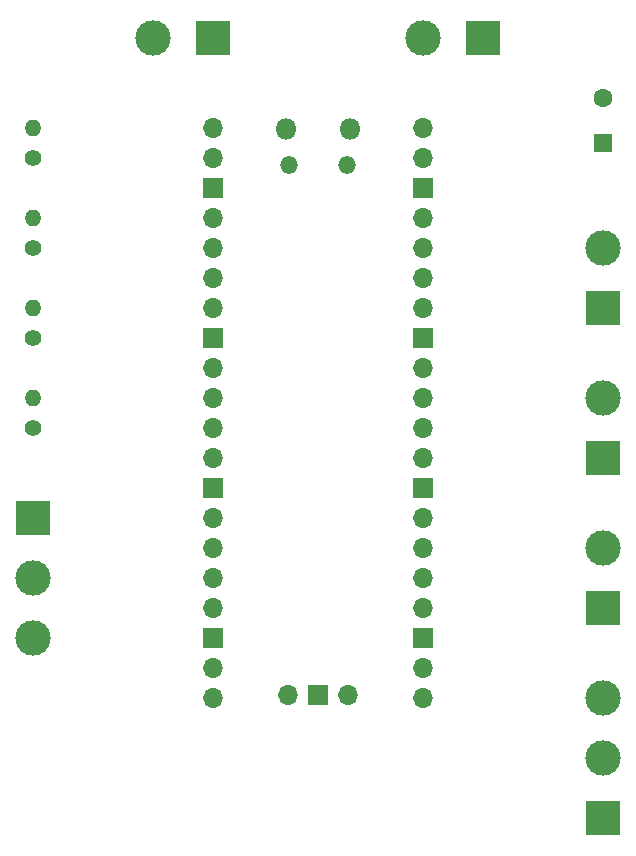
<source format=gbr>
%TF.GenerationSoftware,KiCad,Pcbnew,7.0.6-0*%
%TF.CreationDate,2023-12-23T18:42:55-05:00*%
%TF.ProjectId,Cornhole Wiring,436f726e-686f-46c6-9520-576972696e67,rev?*%
%TF.SameCoordinates,Original*%
%TF.FileFunction,Soldermask,Bot*%
%TF.FilePolarity,Negative*%
%FSLAX46Y46*%
G04 Gerber Fmt 4.6, Leading zero omitted, Abs format (unit mm)*
G04 Created by KiCad (PCBNEW 7.0.6-0) date 2023-12-23 18:42:55*
%MOMM*%
%LPD*%
G01*
G04 APERTURE LIST*
%ADD10C,3.000000*%
%ADD11R,3.000000X3.000000*%
%ADD12O,1.800000X1.800000*%
%ADD13O,1.500000X1.500000*%
%ADD14O,1.700000X1.700000*%
%ADD15R,1.700000X1.700000*%
%ADD16C,1.400000*%
%ADD17O,1.400000X1.400000*%
%ADD18C,1.600000*%
%ADD19R,1.600000X1.600000*%
G04 APERTURE END LIST*
D10*
%TO.C,J6*%
X114300000Y-109220000D03*
X114300000Y-114300000D03*
D11*
X114300000Y-119380000D03*
%TD*%
%TO.C,J1*%
X81280000Y-53340000D03*
D10*
X76200000Y-53340000D03*
%TD*%
D12*
%TO.C,U1*%
X87445000Y-61090000D03*
D13*
X87745000Y-64120000D03*
X92595000Y-64120000D03*
D12*
X92895000Y-61090000D03*
D14*
X81280000Y-60960000D03*
X81280000Y-63500000D03*
D15*
X81280000Y-66040000D03*
D14*
X81280000Y-68580000D03*
X81280000Y-71120000D03*
X81280000Y-73660000D03*
X81280000Y-76200000D03*
D15*
X81280000Y-78740000D03*
D14*
X81280000Y-81280000D03*
X81280000Y-83820000D03*
X81280000Y-86360000D03*
X81280000Y-88900000D03*
D15*
X81280000Y-91440000D03*
D14*
X81280000Y-93980000D03*
X81280000Y-96520000D03*
X81280000Y-99060000D03*
X81280000Y-101600000D03*
D15*
X81280000Y-104140000D03*
D14*
X81280000Y-106680000D03*
X81280000Y-109220000D03*
X99060000Y-109220000D03*
X99060000Y-106680000D03*
D15*
X99060000Y-104140000D03*
D14*
X99060000Y-101600000D03*
X99060000Y-99060000D03*
X99060000Y-96520000D03*
X99060000Y-93980000D03*
D15*
X99060000Y-91440000D03*
D14*
X99060000Y-88900000D03*
X99060000Y-86360000D03*
X99060000Y-83820000D03*
X99060000Y-81280000D03*
D15*
X99060000Y-78740000D03*
D14*
X99060000Y-76200000D03*
X99060000Y-73660000D03*
X99060000Y-71120000D03*
X99060000Y-68580000D03*
D15*
X99060000Y-66040000D03*
D14*
X99060000Y-63500000D03*
X99060000Y-60960000D03*
X87630000Y-108990000D03*
D15*
X90170000Y-108990000D03*
D14*
X92710000Y-108990000D03*
%TD*%
D16*
%TO.C,R4*%
X66040000Y-63500000D03*
D17*
X66040000Y-60960000D03*
%TD*%
D16*
%TO.C,R3*%
X66040000Y-86360000D03*
D17*
X66040000Y-83820000D03*
%TD*%
D16*
%TO.C,R2*%
X66040000Y-71120000D03*
D17*
X66040000Y-68580000D03*
%TD*%
D16*
%TO.C,R1*%
X66040000Y-78740000D03*
D17*
X66040000Y-76200000D03*
%TD*%
D10*
%TO.C,J7*%
X114300000Y-83820000D03*
D11*
X114300000Y-88900000D03*
%TD*%
D10*
%TO.C,J5*%
X99060000Y-53340000D03*
D11*
X104140000Y-53340000D03*
%TD*%
D10*
%TO.C,J4*%
X114300000Y-96520000D03*
D11*
X114300000Y-101600000D03*
%TD*%
%TO.C,J3*%
X114300000Y-76200000D03*
D10*
X114300000Y-71120000D03*
%TD*%
D11*
%TO.C,J2*%
X66040000Y-93980000D03*
D10*
X66040000Y-99060000D03*
X66040000Y-104140000D03*
%TD*%
D18*
%TO.C,C1*%
X114300000Y-58420000D03*
D19*
X114300000Y-62220000D03*
%TD*%
M02*

</source>
